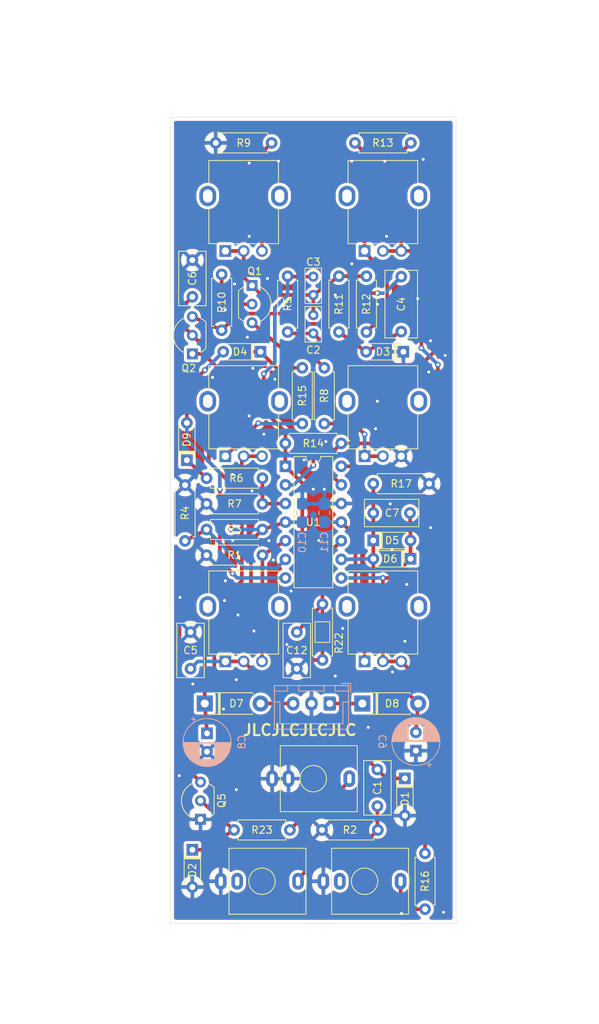
<source format=kicad_pcb>
(kicad_pcb (version 20241229) (generator "pcbnew") (generator_version "9.0")
  (layers (0 "F.Cu" signal) (2 "B.Cu" signal) (13 "F.Paste" user) (15 "B.Paste" user) (5 "F.SilkS" user "F.Silkscreen") (7 "B.SilkS" user "B.Silkscreen") (1 "F.Mask" user) (3 "B.Mask" user) (25 "Edge.Cuts" user))
  (net 0 "")
  (net 1 "GND")
  (net 2 "Net-(D1-K)")
  (net 3 "Net-(D2-K)")
  (net 4 "Net-(D4-A)")
  (net 5 "Net-(D3-A)")
  (net 6 "Net-(D4-K)")
  (net 7 "Net-(C1-Pad1)")
  (net 8 "Net-(D5-K)")
  (net 9 "Net-(Q1-C)")
  (net 10 "Net-(Q1-E)")
  (net 11 "Net-(Q1-B)")
  (net 12 "+12V")
  (net 13 "Net-(Q2-E)")
  (net 14 "Net-(U1A--)")
  (net 15 "Net-(U1B--)")
  (net 16 "Net-(C3-Pad2)")
  (net 17 "Net-(U1A-+)")
  (net 18 "Net-(R8-Pad2)")
  (net 19 "Net-(R9-Pad1)")
  (net 20 "Net-(R12-Pad2)")
  (net 21 "Net-(U1D--)")
  (net 22 "Net-(R15-Pad2)")
  (net 23 "Net-(D5-A)")
  (net 24 "-12V")
  (net 25 "Net-(J2-PadT)")
  (net 26 "Net-(JP1-A)")
  (net 27 "Net-(D7-A)")
  (net 28 "Net-(D8-K)")
  (net 29 "Net-(D9-K)")
  (net 30 "Net-(JP1-B)")
  (net 31 "Net-(J5-PadT)")
  (net 32 "Net-(Q5-E)")
  (footprint "Capacitor_THT:C_Rect_L7.2mm_W3.5mm_P5.00mm_FKS2_FKP2_MKS2_MKP2" (layer "F.Cu") (at 153.5 135 90)
    (property "Reference" "C1")
    (property "Value" "10n")
  )
  (footprint "Resistor_THT:R_Axial_DIN0207_L6.3mm_D2.5mm_P7.62mm_Horizontal" (layer "F.Cu") (at 130.19 97.25)
    (property "Reference" "R3")
    (property "Value" "100k")
  )
  (footprint "TimsLib:Potentiometer_Alpha_RD901F" (layer "F.Cu") (at 154.25 79.75)
    (property "Reference" "RV2" (hide yes))
    (property "Value" "10k")
  )
  (footprint "TimsLib:Potentiometer_Alpha_RD901F" (layer "F.Cu") (at 154.25 51.75)
    (property "Reference" "RV3" (hide yes))
    (property "Value" "1M")
  )
  (footprint "Capacitor_THT:C_Rect_L4.6mm_W2.0mm_P2.50mm_MKS02_FKP02" (layer "F.Cu") (at 144.75 65.25 90)
    (property "Reference" "C3")
    (property "Value" "15n")
  )
  (footprint "Resistor_THT:R_Axial_DIN0207_L6.3mm_D2.5mm_P7.62mm_Horizontal" (layer "F.Cu") (at 148.25 70.31 90)
    (property "Reference" "R11")
    (property "Value" "1M")
  )
  (footprint "Capacitor_THT:C_Rect_L7.2mm_W3.5mm_P5.00mm_FKS2_FKP2_MKS2_MKP2" (layer "F.Cu") (at 142.5 111.25 -90)
    (property "Reference" "C12")
    (property "Value" "10n")
  )
  (footprint "Resistor_THT:R_Axial_DIN0207_L6.3mm_D2.5mm_P7.62mm_Horizontal" (layer "F.Cu") (at 137.81 90.25 180)
    (property "Reference" "R6")
    (property "Value" "100k")
  )
  (footprint "Diode_THT:D_DO-41_SOD81_P7.62mm_Horizontal" (layer "F.Cu") (at 129.94 121)
    (property "Reference" "D7")
    (property "Value" "1N5819")
  )
  (footprint "TimsLib:Potentiometer_Alpha_RD901F" (layer "F.Cu") (at 135.25 51.75)
    (property "Reference" "RV1" (hide yes))
    (property "Value" "250k")
  )
  (footprint "TimsLib:D_DO-35_SOD27_P5.08mm_Horizontal" (layer "F.Cu") (at 137.54 73 180)
    (property "Reference" "D4")
    (property "Value" "1N4148")
  )
  (footprint "Resistor_THT:R_Axial_DIN0207_L6.3mm_D2.5mm_P7.62mm_Horizontal" (layer "F.Cu") (at 146 115.06 90)
    (property "Reference" "R22")
    (property "Value" "22k")
  )
  (footprint "TimsLib:D_DO-35_SOD27_P5.08mm_Horizontal" (layer "F.Cu") (at 158.02 101.25 180)
    (property "Reference" "D6")
    (property "Value" "1N4148")
  )
  (footprint "Capacitor_THT:C_Rect_L7.2mm_W3.5mm_P5.00mm_FKS2_FKP2_MKS2_MKP2" (layer "F.Cu") (at 152.94 95)
    (property "Reference" "C7")
    (property "Value" "3n3")
  )
  (footprint "Resistor_THT:R_Axial_DIN0207_L6.3mm_D2.5mm_P7.62mm_Horizontal" (layer "F.Cu") (at 139.06 44.5 180)
    (property "Reference" "R9")
    (property "Value" "10k")
  )
  (footprint "Resistor_THT:R_Axial_DIN0207_L6.3mm_D2.5mm_P7.62mm_Horizontal" (layer "F.Cu") (at 127.25 91.19 -90)
    (property "Reference" "R4")
    (property "Value" "33k")
  )
  (footprint "TimsLib:D_DO-35_SOD27_P5.08mm_Horizontal" (layer "F.Cu") (at 127.5 87.79 90)
    (property "Reference" "D9")
    (property "Value" "1N4148")
  )
  (footprint "Capacitor_THT:C_Rect_L7.2mm_W3.5mm_P5.00mm_FKS2_FKP2_MKS2_MKP2" (layer "F.Cu") (at 128.25 65.5 90)
    (property "Reference" "C6")
    (property "Value" "220n")
  )
  (footprint "Resistor_THT:R_Axial_DIN0207_L6.3mm_D2.5mm_P7.62mm_Horizontal" (layer "F.Cu") (at 152 62.69 -90)
    (property "Reference" "R12")
    (property "Value" "470k")
  )
  (footprint "Capacitor_THT:C_Rect_L7.2mm_W3.5mm_P5.00mm_FKS2_FKP2_MKS2_MKP2" (layer "F.Cu") (at 128 116.25 90)
    (property "Reference" "C5")
    (property "Value" "10n")
  )
  (footprint "Package_TO_SOT_THT:TO-92_Inline_Wide" (layer "F.Cu") (at 129.36 136.79 90)
    (property "Reference" "Q5")
    (property "Value" "BC558")
  )
  (footprint "Jumper:SolderJumper-2_P1.3mm_Open_TrianglePad1.0x1.5mm" (layer "F.Cu") (at 146 111.25 90)
    (property "Reference" "JP1" (hide yes))
    (property "Value" "Jumper_2_Open")
  )
  (footprint "TimsLib:Jack_3.5mm_PJ398SM_Vertical" (layer "F.Cu") (at 151.75 145.25 -90)
    (property "Reference" "J2" (hide yes))
    (property "Value" "OUT")
  )
  (footprint "Capacitor_THT:C_Rect_L9.0mm_W4.2mm_P7.50mm_MKT" (layer "F.Cu") (at 156.75 62.75 -90)
    (property "Reference" "C4")
    (property "Value" "5n6")
  )
  (footprint "TimsLib:D_DO-35_SOD27_P5.08mm_Horizontal" (layer "F.Cu") (at 157.04 73 180)
    (property "Reference" "D3")
    (property "Value" "1N4148")
  )
  (footprint "Resistor_THT:R_Axial_DIN0207_L6.3mm_D2.5mm_P7.62mm_Horizontal" (layer "F.Cu") (at 132.25 62.44 -90)
    (property "Reference" "R10")
    (property "Value" "100k")
  )
  (footprint "Resistor_THT:R_Axial_DIN0207_L6.3mm_D2.5mm_P7.62mm_Horizontal" (layer "F.Cu") (at 160 141.44 -90)
    (property "Reference" "R16")
    (property "Value" "1k")
  )
  (footprint "TimsLib:D_DO-35_SOD27_P5.08mm_Horizontal" (layer "F.Cu") (at 128.25 140.96 -90)
    (property "Reference" "D2")
    (property "Value" "1N4148")
  )
  (footprint "TimsLib:Jack_3.5mm_PJ398SM_Vertical" (layer "F.Cu") (at 144.75 131.25 -90)
    (property "Reference" "J5" (hide yes))
    (property "Value" "PITCH CV")
  )
  (footprint "Package_TO_SOT_THT:TO-92_Inline_Wide" (layer "F.Cu") (at 136.39 63.96 -90)
    (property "Reference" "Q1")
    (property "Value" "BC548")
  )
  (footprint "Resistor_THT:R_Axial_DIN0207_L6.3mm_D2.5mm_P7.62mm_Horizontal" (layer "F.Cu") (at 145.94 138.25)
    (property "Reference" "R2")
    (property "Value" "100k")
  )
  (footprint "Resistor_THT:R_Axial_DIN0207_L6.3mm_D2.5mm_P7.62mm_Horizontal" (layer "F.Cu") (at 141.25 70.31 90)
    (property "Reference" "R5")
    (property "Value" "1M")
  )
  (footprint "Capacitor_THT:C_Rect_L4.6mm_W2.0mm_P2.50mm_MKS02_FKP02" (layer "F.Cu") (at 144.75 70.5 90)
    (property "Reference" "C2")
    (property "Value" "15n")
  )
  (footprint "Resistor_THT:R_Axial_DIN0207_L6.3mm_D2.5mm_P7.62mm_Horizontal" (layer "F.Cu") (at 160.56 91 180)
    (property "Reference" "R17")
    (property "Value" "33k")
  )
  (footprint "Diode_THT:D_DO-41_SOD81_P7.62mm_Horizontal" (layer "F.Cu") (at 151.44 121)
    (property "Reference" "D8")
    (property "Value" "1N5819")
  )
  (footprint "TimsLib:Jack_3.5mm_PJ398SM_Vertical" (layer "F.Cu") (at 137.75 145.25 -90)
    (property "Reference" "J1" (hide yes))
    (property "Value" "TRIG")
  )
  (footprint "Resistor_THT:R_Axial_DIN0207_L6.3mm_D2.5mm_P7.62mm_Horizontal" (layer "F.Cu") (at 130.19 93.75)
    (property "Reference" "R7")
    (property "Value" "14k")
  )
  (footprint "Package_DIP:DIP-14_W7.62mm" (layer "F.Cu") (at 140.95 88.625)
    (property "Reference" "U1")
    (property "Value" "TL074")
  )
  (footprint "Resistor_THT:R_Axial_DIN0207_L6.3mm_D2.5mm_P7.62mm_Horizontal" (layer "F.Cu") (at 158.06 44.5 180)
    (property "Reference" "R13")
    (property "Value" "47k")
  )
  (footprint "Resistor_THT:R_Axial_DIN0207_L6.3mm_D2.5mm_P7.62mm_Horizontal" (layer "F.Cu") (at 140.94 85.5)
    (property "Reference" "R14")
    (property "Value" "47k")
  )
  (footprint "TimsLib:Potentiometer_Alpha_RD901F" (layer "F.Cu") (at 154.25 107.75)
    (property "Reference" "RV6" (hide yes))
    (property "Value" "A50k")
  )
  (footprint "TimsLib:D_DO-35_SOD27_P5.08mm_Horizontal" (layer "F.Cu") (at 152.94 98.75)
    (property "Reference" "D5")
    (property "Value" "1N4148")
  )
  (footprint "Package_TO_SOT_THT:TO-92_Inline_Wide" (layer "F.Cu") (at 128.25 73.29 90)
    (property "Reference" "Q2")
    (property "Value" "BC548")
  )
  (footprint "Resistor_THT:R_Axial_DIN0207_L6.3mm_D2.5mm_P7.62mm_Horizontal" (layer "F.Cu") (at 143.25 75.19 -90)
    (property "Reference" "R15")
    (property "Value" "10k")
  )
  (footprint "Resistor_THT:R_Axial_DIN0207_L6.3mm_D2.5mm_P7.62mm_Horizontal" (layer "F.Cu") (at 141.56 138.25 180)
    (property "Reference" "R23")
    (property "Value" "100k")
  )
  (footprint "Resistor_THT:R_Axial_DIN0207_L6.3mm_D2.5mm_P7.62mm_Horizontal" (layer "F.Cu") (at 130.19 100.75)
    (property "Reference" "R1")
    (property "Value" "39k")
  )
  (footprint "TimsLib:D_DO-35_SOD27_P5.08mm_Horizontal" (layer "F.Cu") (at 157.25 131.21 -90)
    (property "Reference" "D1")
    (property "Value" "1N4148")
  )
  (footprint "TimsLib:Potentiometer_Alpha_RD901F" (layer "F.Cu") (at 135.25 107.75)
    (property "Reference" "RV4" (hide yes))
    (property "Value" "100k")
  )
  (footprint "TimsLib:Potentiometer_Alpha_RD901F" (layer "F.Cu") (at 135.25 79.75)
    (property "Reference" "RV5" (hide yes))
    (property "Value" "100k")
  )
  (footprint "Resistor_THT:R_Axial_DIN0207_L6.3mm_D2.5mm_P7.62mm_Horizontal" (layer "F.Cu") (at 146.25 75.19 -90)
    (property "Reference" "R8")
    (property "Value" "2k")
  )
  (footprint "TimsLib:C_0805_HandSolder" (layer "B.Cu") (at 146.25 95 90)
    (property "Reference" "C11")
    (property "Value" "100n")
  )
  (footprint "Capacitor_THT:CP_Radial_D6.3mm_P2.50mm" (layer "B.Cu") (at 130.25 125.0676 -90)
    (property "Reference" "C8")
    (property "Value" "10u")
  )
  (footprint "Connector_JST:JST_XH_B3B-XH-A_1x03_P2.50mm_Vertical" (layer "B.Cu") (at 147 121 180)
    (property "Reference" "J3" (hide yes))
    (property "Value" "Power")
  )
  (footprint "Capacitor_THT:CP_Radial_D6.3mm_P2.50mm" (layer "B.Cu") (at 158.75 127.4324 90)
    (property "Reference" "C9")
    (property "Value" "10u")
  )
  (footprint "TimsLib:C_0805_HandSolder" (layer "B.Cu") (at 143.25 95 -90)
    (property "Reference" "C10")
    (property "Value" "100n")
  )
  (gr_line (start 125.25 151) (end 164.25 151) (stroke (width 0.05)) (layer "Edge.Cuts"))
  (gr_line (start 164.25 41) (end 164.25 151) (stroke (width 0.05)) (layer "Edge.Cuts"))
  (gr_line (start 125.25 41) (end 125.25 151) (stroke (width 0.05)) (layer "Edge.Cuts"))
  (gr_line (start 125.25 41) (end 164.25 41) (stroke (width 0.05)) (layer "Edge.Cuts"))
  (gr_text "JLCJLCJLCJLC" (at 135 125.5 0) (layer "F.SilkS") (effects (font (size 1.5 1.5) (thickness 0.3) (bold yes)) (justify left bottom)))
  (via (at 131 76.5) (size 0.8) (drill 0.4) (layers "F.Cu" "B.Cu") (net 1))
  (via (at 153.5 79.75) (size 0.8) (drill 0.4) (layers "F.Cu" "B.Cu") (net 1))
  (via (at 141.148569 112.948304) (size 0.8) (drill 0.4) (layers "F.Cu" "B.Cu") (net 1))
  (via (at 160.5 75.75) (size 0.8) (drill 0.4) (layers "F.Cu" "B.Cu") (net 1))
  (via (at 160.75 71.5) (size 0.8) (drill 0.4) (layers "F.Cu" "B.Cu") (net 1))
  (via (at 128.310125 118.322976) (size 0.8) (drill 0.4) (layers "F.Cu" "B.Cu") (net 1))
  (via (at 147.75 117.25) (size 0.8) (drill 0.4) (layers "F.Cu" "B.Cu") (net 1))
  (via (at 134.475455 108.921814) (size 0.8) (drill 0.4) (layers "F.Cu" "B.Cu") (net 1))
  (via (at 139.5 76.75) (size 0.8) (drill 0.4) (layers "F.Cu" "B.Cu") (net 1))
  (via (at 140 47) (size 0.8) (drill 0.4) (layers "F.Cu" "B.Cu") (net 1))
  (via (at 146.457865 85.252261) (size 0.8) (drill 0.4) (layers "F.Cu" "B.Cu") (net 1))
  (via (at 135.75 71) (size 0.8) (drill 0.4) (layers "F.Cu" "B.Cu") (net 1))
  (via (at 145.5 98.75) (size 0.8) (drill 0.4) (layers "F.Cu" "B.Cu") (net 1))
  (via (at 136 81.75) (size 0.8) (drill 0.4) (layers "F.Cu" "B.Cu") (net 1))
  (via (at 138.5 63) (size 0.8) (drill 0.4) (layers "F.Cu" "B.Cu") (net 1))
  (via (at 162.514148 149.47686) (size 0.8) (drill 0.4) (layers "F.Cu" "B.Cu") (net 1))
  (via (at 141.717007 105.653086) (size 0.8) (drill 0.4) (layers "F.Cu" "B.Cu") (net 1))
  (via (at 159 65.75) (size 0.8) (drill 0.4) (layers "F.Cu" "B.Cu") (net 1))
  (via (at 153.25 83.5) (size 0.8) (drill 0.4) (layers "F.Cu" "B.Cu") (net 1))
  (via (at 144.75 91.75) (size 0.8) (drill 0.4) (layers "F.Cu" "B.Cu") (net 1))
  (via (at 162.75 73.5) (size 0.8) (drill 0.4) (layers "F.Cu" "B.Cu") (net 1))
  (via (at 148.75 110.75) (size 0.8) (drill 0.4) (layers "F.Cu" "B.Cu") (net 1))
  (via (at 134.25 117.75) (size 0.8) (drill 0.4) (layers "F.Cu" "B.Cu") (net 1))
  (via (at 132.75 104.25) (size 0.8) (drill 0.4) (layers "F.Cu" "B.Cu") (net 1))
  (via (at 143.5 87.75) (size 0.8) (drill 0.4) (layers "F.Cu" "B.Cu") (net 1))
  (via (at 132.75 67.25) (size 0.8) (drill 0.4) (layers "F.Cu" "B.Cu") (net 1))
  (via (at 155.554918 116.698915) (size 0.8) (drill 0.4) (layers "F.Cu" "B.Cu") (net 1))
  (via (at 136.5 75.25) (size 0.8) (drill 0.4) (layers "F.Cu" "B.Cu") (net 1))
  (via (at 156.793099 149.649354) (size 0.8) (drill 0.4) (layers "F.Cu" "B.Cu") (net 1))
  (via (at 159.75 46.75) (size 0.8) (drill 0.4) (layers "F.Cu" "B.Cu") (net 1))
  (via (at 147.75 65.25) (size 0.8) (drill 0.4) (layers "F.Cu" "B.Cu") (net 1))
  (via (at 133.75 98.75) (size 0.8) (drill 0.4) (layers "F.Cu" "B.Cu") (net 1))
  (via (at 157.5 104.75) (size 0.8) (drill 0.4) (layers "F.Cu" "B.Cu") (net 1))
  (via (at 150 47) (size 0.8) (drill 0.4) (layers "F.Cu" "B.Cu") (net 1))
  (via (at 150 61) (size 0.8) (drill 0.4) (layers "F.Cu" "B.Cu") (net 1))
  (via (at 126.551922 106.514506) (size 0.8) (drill 0.4) (layers "F.Cu" "B.Cu") (net 1))
  (via (at 146.25 91.75) (size 0.8) (drill 0.4) (layers "F.Cu" "B.Cu") (net 1))
  (via (at 154.5 47) (size 0.8) (drill 0.4) (layers "F.Cu" "B.Cu") (net 1))
  (via (at 152.25 124.25) (size 0.8) (drill 0.4) (layers "F.Cu" "B.Cu") (net 1))
  (via (at 136.385878 91.978243) (size 0.8) (drill 0.4) (layers "F.Cu" "B.Cu") (net 1))
  (via (at 132.634584 106.945947) (size 0.8) (drill 0.4) (layers "F.Cu" "B.Cu") (net 1))
  (via (at 139.301385 101.412758) (size 0.8) (drill 0.4) (layers "F.Cu" "B.Cu") (net 1))
  (via (at 134 63.75) (size 0.8) (drill 0.4) (layers "F.Cu" "B.Cu") (net 1))
  (via (at 136.647561 111.108113) (size 0.8) (drill 0.4) (layers "F.Cu" "B.Cu") (net 1))
  (via (at 126.462913 130.847514) (size 0.8) (drill 0.4) (layers "F.Cu" "B.Cu") (net 1))
  (via (at 153.5 66.5) (size 0.8) (drill 0.4) (layers "F.Cu" "B.Cu") (net 1))
  (via (at 138 84.25) (size 0.8) (drill 0.4) (layers "F.Cu" "B.Cu") (net 1))
  (via (at 155.5 100) (size 0.8) (drill 0.4) (layers "F.Cu" "B.Cu") (net 1))
  (via (at 136 57.25) (size 0.8) (drill 0.4) (layers "F.Cu" "B.Cu") (net 1))
  (via (at 133.75 89.75) (size 0.8) (drill 0.4) (layers "F.Cu" "B.Cu") (net 1))
  (via (at 138.708085 98.769469) (size 0.8) (drill 0.4) (layers "F.Cu" "B.Cu") (net 1))
  (via (at 157.25 112.5) (size 0.8) (drill 0.4) (layers "F.Cu" "B.Cu") (net 1))
  (via (at 132.5 121.75) (size 0.8) (drill 0.4) (layers "F.Cu" "B.Cu") (net 1))
  (via (at 160.75 97) (size 0.8) (drill 0.4) (layers "F.Cu" "B.Cu") (net 1))
  (via (at 136 47.25) (size 0.8) (drill 0.4) (layers "F.Cu" "B.Cu") (net 1))
  (via (at 134.25 132.75) (size 0.8) (drill 0.4) (layers "F.Cu" "B.Cu") (net 1))
  (via (at 155.25 93.75) (size 0.8) (drill 0.4) (layers "F.Cu" "B.Cu") (net 1))
  (via (at 154.75 57.25) (size 0.8) (drill 0.4) (layers "F.Cu" "B.Cu") (net 1))
  (segment (start 131.25 113.75) (end 137.81 107.19) (width 0.5) (layer "F.Cu") (net 2))
  (segment (start 131.25 117.75) (end 131.25 113.75) (width 0.5) (layer "F.Cu") (net 2))
  (segment (start 150 126.5) (end 140 126.5) (width 0.5) (layer "F.Cu") (net 2))
  (segment (start 153.5 130) (end 150 126.5) (width 0.5) (layer "F.Cu") (net 2))
  (segment (start 154.71 131.21) (end 153.5 130) (width 0.5) (layer "F.Cu") (net 2))
  (segment (start 157.25 131.21) (end 154.71 131.21) (width 0.5) (layer "F.Cu") (net 2))
  (segment (start 137.81 100.75) (end 140.95 98.785) (width 0.5) (layer "F.Cu") (net 2))
  (segment (start 140 126.5) (end 131.25 117.75) (width 0.5) (layer "F.Cu") (net 2))
  (segment (start 137.81 107.19) (end 137.81 100.75) (width 0.5) (layer "F.Cu") (net 2))
  (segment (start 129.36 134.25) (end 133.94 138.25) (width 0.5) (layer "F.Cu") (net 3))
  (segment (start 129.75 140.96) (end 133.94 138.25) (width 0.5) (layer "F.Cu") (net 3))
  (segment (start 128.25 140.96) (end 129.75 140.96) (width 0.5) (layer "F.Cu") (net 3))
  (segment (start 132 91.75) (end 132 101.5) (width 0.5) (layer "F.Cu") (net 4))
  (segment (start 129.96 75.5) (end 127.5 77.96) (width 0.5) (layer "F.Cu") (net 4))
  (segment (start 132 101.5) (end 133.75 103.25) (width 0.5) (layer "F.Cu") (net 4))
  (segment (start 127.5 77.96) (end 127.5 82.71) (width 0.5) (layer "F.Cu") (net 4))
  (via (at 133.75 103.25) (size 0.8) (drill 0.4) (layers "F.Cu" "B.Cu") (net 4))
  (via (at 132 91.75) (size 0.8) (drill 0.4) (layers "F.Cu" "B.Cu") (net 4))
  (via (at 129.96 75.5) (size 0.8) (drill 0.4) (layers "F.Cu" "B.Cu") (net 4))
  (segment (start 140.95 103.865) (end 134.365 103.865) (width 0.5) (layer "B.Cu") (net 4))
  (segment (start 127.5 85) (end 127.5 82.71) (width 0.5) (layer "B.Cu") (net 4))
  (segment (start 129.96 75.5) (end 132.46 73) (width 0.5) (layer "B.Cu") (net 4))
  (segment (start 132 91.75) (end 132 89.5) (width 0.5) (layer "B.Cu") (net 4))
  (segment (start 134.365 103.865) (end 133.75 103.25) (width 0.5) (layer "B.Cu") (net 4))
  (segment (start 132 89.5) (end 127.5 85) (width 0.5) (layer "B.Cu") (net 4))
  (segment (start 151.96 73) (end 156.75 70.25) (width 0.5) (layer "F.Cu") (net 5))
  (segment (start 151.96 73) (end 148.25 70.31) (width 0.5) (layer "F.Cu") (net 5))
  (segment (start 137.54 73) (end 139.73 75.19) (width 0.5) (layer "F.Cu") (net 6))
  (segment (start 129 71.5) (end 133.75 71.5) (width 0.5) (layer "F.Cu") (net 6))
  (segment (start 128.25 70.75) (end 126.5 69) (width 0.5) (layer "F.Cu") (net 6))
  (segment (start 126.5 67.25) (end 128.25 65.5) (width 0.5) (layer "F.Cu") (net 6))
  (segment (start 139.73 75.19) (end 143.25 75.19) (width 0.5) (layer "F.Cu") (net 6))
  (segment (start 128.25 70.75) (end 129 71.5) (width 0.5) (layer "F.Cu") (net 6))
  (segment (start 126.5 69) (end 126.5 67.25) (width 0.5) (layer "F.Cu") (net 6))
  (segment (start 133.75 71.5) (end 135.25 73) (width 0.5) (layer "F.Cu") (net 6))
  (segment (start 135.25 73) (end 137.54 73) (width 0.5) (layer "F.Cu") (net 6))
  (segment (start 149.81 142) (end 153.56 138.25) (width 0.5) (layer "F.Cu") (net 7))
  (segment (start 145.614376 142) (end 149.81 142) (width 0.5) (layer "F.Cu") (net 7))
  (segment (start 153.5 135) (end 153.5 138.19) (width 0.5) (layer "F.Cu") (net 7))
  (segment (start 142.67 145.25) (end 142.67 144.944376) (width 0.5) (layer "F.Cu") (net 7))
  (segment (start 153.5 138.19) (end 153.56 138.25) (width 0.5) (layer "F.Cu") (net 7))
  (segment (start 142.67 144.944376) (end 145.614376 142) (width 0.5) (layer "F.Cu") (net 7))
  (segment (start 152.94 101.25) (end 152.94 98.75) (width 0.5) (layer "F.Cu") (net 8))
  (segment (start 152.94 101.25) (end 152.94 112.06) (width 0.5) (layer "F.Cu") (net 8))
  (segment (start 151.75 113.25) (end 151.75 115.25) (width 0.5) (layer "F.Cu") (net 8))
  (segment (start 152.94 112.06) (end 151.75 113.25) (width 0.5) (layer "F.Cu") (net 8))
  (segment (start 152.94 95) (end 152.94 98.75) (width 0.5) (layer "F.Cu") (net 8))
  (segment (start 152.94 91) (end 152.94 95) (width 0.5) (layer "F.Cu") (net 8))
  (segment (start 152.94 101.25) (end 148.57 101.325) (width 0.5) (layer "B.Cu") (net 8))
  (segment (start 135.25 59.25) (end 135.25 62.82) (width 0.5) (layer "F.Cu") (net 9))
  (segment (start 152 62.69) (end 148.25 62.69) (width 0.5) (layer "F.Cu") (net 9))
  (segment (start 144.75 65.25) (end 148.25 62.69) (width 0.5) (layer "F.Cu") (net 9))
  (segment (start 135.25 62.82) (end 136.39 63.96) (width 0.5) (layer "F.Cu") (net 9))
  (segment (start 144.75 65.25) (end 144.75 68) (width 0.5) (layer "F.Cu") (net 9))
  (segment (start 137.68 65.25) (end 144.75 65.25) (width 0.5) (layer "F.Cu") (net 9))
  (segment (start 136.39 63.96) (end 137.68 65.25) (width 0.5) (layer "F.Cu") (net 9))
  (segment (start 132.75 59.25) (end 135.25 59.25) (width 0.5) (layer "F.Cu") (net 9))
  (segment (start 136.39 69.04) (end 141 73) (width 0.5) (layer "F.Cu") (net 10))
  (segment (start 141 73) (end 144.06 73) (width 0.5) (layer "F.Cu") (net 10))
  (segment (start 144.06 73) (end 146.25 75.19) (width 0.5) (layer "F.Cu") (net 10))
  (segment (start 134.5 66.5) (end 132.25 64.25) (width 0.5) (layer "F.Cu") (net 11))
  (segment (start 136.39 66.5) (end 134.5 66.5) (width 0.5) (layer "F.Cu") (net 11))
  (segment (start 132.25 64.25) (end 132.25 62.44) (width 0.5) (layer "F.Cu") (net 11))
  (segment (start 129.94 121) (end 129.94 111.81) (width 0.5) (layer "F.Cu") (net 12))
  (segment (start 130.5 88) (end 130.5 85.25) (width 0.5) (layer "F.Cu") (net 12))
  (segment (start 140.95 96.245) (end 137.81 97.25) (width 0.5) (layer "F.Cu") (net 12))
  (segment (start 133.5 91) (end 130.5 88) (width 0.5) (layer "F.Cu") (net 12))
  (segment (start 130.5 85.25) (end 133 82.75) (width 0.5) (layer "F.Cu") (net 12))
  (segment (start 133 76.5) (end 129.79 73.29) (width 0.5) (layer "F.Cu") (net 12))
  (segment (start 129.94 111.81) (end 136.25 105.5) (width 0.5) (layer "F.Cu") (net 12))
  (segment (start 129.94 121) (end 130.25 125.0676) (width 0.5) (layer "F.Cu") (net 12))
  (segment (start 129.79 73.29) (end 128.25 73.29) (width 0.5) (layer "F.Cu") (net 12))
  (segment (start 133 82.75) (end 133 76.5) (width 0.5) (layer "F.Cu") (net 12))
  (segment (start 136.25 98.81) (end 137.81 97.25) (width 0.5) (layer "F.Cu") (net 12))
  (segment (start 133.5 97.25) (end 133.5 91) (width 0.5) (layer "F.Cu") (net 12))
  (segment (start 136.25 105.5) (end 136.25 98.81) (width 0.5) (layer "F.Cu") (net 12))
  (via (at 133.5 97.25) (size 0.8) (drill 0.4) (layers "F.Cu" "B.Cu") (net 12))
  (segment (start 140.955 96.25) (end 140.95 96.245) (width 0.5) (layer "B.Cu") (net 12))
  (segment (start 143.25 96.25) (end 140.955 96.25) (width 0.5) (layer "B.Cu") (net 12))
  (segment (start 133.5 97.25) (end 137.81 97.25) (width 0.5) (layer "B.Cu") (net 12))
  (segment (start 134.52 67.79) (end 132.25 70.06) (width 0.5) (layer "F.Cu") (net 13))
  (segment (start 143.2 69.2) (end 141.79 67.79) (width 0.5) (layer "F.Cu") (net 13))
  (segment (start 128.25 68.21) (end 132.25 70.06) (width 0.5) (layer "F.Cu") (net 13))
  (segment (start 151 65) (end 146.8 69.2) (width 0.5) (layer "F.Cu") (net 13))
  (segment (start 141.79 67.79) (end 134.52 67.79) (width 0.5) (layer "F.Cu") (net 13))
  (segment (start 153.5 65) (end 151 65) (width 0.5) (layer "F.Cu") (net 13))
  (segment (start 146.8 69.2) (end 143.2 69.2) (width 0.5) (layer "F.Cu") (net 13))
  (via (at 153.5 65) (size 0.8) (drill 0.4) (layers "F.Cu" "B.Cu") (net 13))
  (segment (start 154.5 65) (end 156.75 62.75) (width 0.5) (layer "B.Cu") (net 13))
  (segment (start 153.5 65) (end 154.5 65) (width 0.5) (layer "B.Cu") (net 13))
  (segment (start 144.75 80) (end 148.25 76.5) (width 0.5) (layer "F.Cu") (net 14))
  (segment (start 144.75 70.5) (end 141.44 70.5) (width 0.5) (layer "F.Cu") (net 14))
  (segment (start 148.25 74) (end 144.75 70.5) (width 0.5) (layer "F.Cu") (net 14))
  (segment (start 141.44 70.5) (end 141.25 70.31) (width 0.5) (layer "F.Cu") (net 14))
  (segment (start 148.25 76.5) (end 148.25 74) (width 0.5) (layer "F.Cu") (net 14))
  (segment (start 144.75 88.5) (end 144.75 80) (width 0.5) (layer "F.Cu") (net 14))
  (via (at 144.75 88.5) (size 0.8) (drill 0.4) (layers "F.Cu" "B.Cu") (net 14))
  (segment (start 140.95 91.165) (end 142.085 91.165) (width 0.5) (layer "B.Cu") (net 14))
  (segment (start 142.085 91.165) (end 144.75 88.5) (width 0.5) (layer "B.Cu") (net 14))
  (segment (start 130.19 97.25) (end 127.25 98.81) (width 0.5) (layer "F.Cu") (net 15))
  (segment (start 139.775 102.5) (end 140.95 101.325) (width 0.5) (layer "B.Cu") (net 15))
  (segment (start 130.19 97.25) (end 135.44 102.5) (width 0.5) (layer "B.Cu") (net 15))
  (segment (start 135.44 102.5) (end 139.775 102.5) (width 0.5) (layer "B.Cu") (net 15))
  (segment (start 141.31 62.75) (end 141.25 62.69) (width 0.5) (layer "F.Cu") (net 16))
  (segment (start 137.75 115.25) (end 137.75 113.25) (width 0.5) (layer "F.Cu") (net 16))
  (segment (start 144.75 62.75) (end 141.31 62.75) (width 0.5) (layer "F.Cu") (net 16))
  (segment (start 138 76) (end 138 81) (width 0.5) (layer "F.Cu") (net 16))
  (segment (start 140.94 85.5) (end 140.94 88.615) (width 0.5) (layer "F.Cu") (net 16))
  (segment (start 140.94 83.94) (end 140.94 85.5) (width 0.5) (layer "F.Cu") (net 16))
  (segment (start 143.25 107.75) (end 143.25 90.925) (width 0.5) (layer "F.Cu") (net 16))
  (segment (start 140.94 88.615) (end 140.95 88.625) (width 0.5) (layer "F.Cu") (net 16))
  (segment (start 137.75 113.25) (end 143.25 107.75) (width 0.5) (layer "F.Cu") (net 16))
  (segment (start 138 81) (end 140.94 83.94) (width 0.5) (layer "F.Cu") (net 16))
  (segment (start 143.25 90.925) (end 140.95 88.625) (width 0.5) (layer "F.Cu") (net 16))
  (via (at 138 76) (size 0.8) (drill 0.4) (layers "F.Cu" "B.Cu") (net 16))
  (segment (start 139.5 67) (end 141.25 65.25) (width 0.5) (layer "B.Cu") (net 16))
  (segment (start 139.5 74.5) (end 139.5 67) (width 0.5) (layer "B.Cu") (net 16))
  (segment (start 138 76) (end 139.5 74.5) (width 0.5) (layer "B.Cu") (net 16))
  (segment (start 141.25 65.25) (end 141.25 62.69) (width 0.5) (layer "B.Cu") (net 16))
  (segment (start 137.81 93.75) (end 137.81 90.25) (width 0.5) (layer "F.Cu") (net 17))
  (segment (start 140.95 93.705) (end 137.81 93.75) (width 0.5) (layer "F.Cu") (net 17))
  (segment (start 151.75 87.25) (end 154.25 87.25) (width 0.5) (layer "F.Cu") (net 18))
  (segment (start 150.31 82.81) (end 151.75 84.25) (width 0.5) (layer "F.Cu") (net 18))
  (segment (start 146.25 82.81) (end 150.31 82.81) (width 0.5) (layer "F.Cu") (net 18))
  (via (at 151.75 84.25) (size 0.8) (drill 0.4) (layers "F.Cu" "B.Cu") (net 18))
  (segment (start 151.75 84.25) (end 151.75 87.25) (width 0.5) (layer "B.Cu") (net 18))
  (segment (start 137.75 59.25) (end 137.75 45.81) (width 0.5) (layer "F.Cu") (net 19))
  (segment (start 137.75 45.81) (end 139.06 44.5) (width 0.5) (layer "F.Cu") (net 19))
  (segment (start 151.75 45.81) (end 150.44 44.5) (width 0.5) (layer "F.Cu") (net 20))
  (segment (start 151.75 59.25) (end 151.75 45.81) (width 0.5) (layer "F.Cu") (net 20))
  (segment (start 161.75 85.25) (end 161.75 74.75) (width 0.5) (layer "F.Cu") (net 20))
  (segment (start 150.75 89.25) (end 157.75 89.25) (width 0.5) (layer "F.Cu") (net 20))
  (segment (start 148.57 88.625) (end 150.125 88.625) (width 0.5) (layer "F.Cu") (net 20))
  (segment (start 157.75 89.25) (end 161.75 85.25) (width 0.5) (layer "F.Cu") (net 20))
  (segment (start 159.5 72.5) (end 159.5 70) (width 0.5) (layer "F.Cu") (net 20))
  (segment (start 154.81 67.5) (end 154.81 63) (width 0.5) (layer "F.Cu") (net 20))
  (segment (start 154.81 67.5) (end 152 70.31) (width 0.5) (layer "F.Cu") (net 20))
  (segment (start 157 67.5) (end 154.81 67.5) (width 0.5) (layer "F.Cu") (net 20))
  (segment (start 154.81 63) (end 151.75 59.25) (width 0.5) (layer "F.Cu") (net 20))
  (segment (start 150.125 88.625) (end 150.75 89.25) (width 0.5) (layer "F.Cu") (net 20))
  (segment (start 159.5 70) (end 157 67.5) (width 0.5) (layer "F.Cu") (net 20))
  (via (at 159.5 72.5) (size 0.8) (drill 0.4) (layers "F.Cu" "B.Cu") (net 20))
  (via (at 161.75 74.75) (size 0.8) (drill 0.4) (layers "F.Cu" "B.Cu") (net 20))
  (segment (start 161.75 74.75) (end 159.5 72.5) (width 0.5) (layer "B.Cu") (net 20))
  (segment (start 148.56 85.5) (end 146.5 87.56) (width 0.5) (layer "F.Cu") (net 21))
  (segment (start 146.5 89.095) (end 148.57 91.165) (width 0.5) (layer "F.Cu") (net 21))
  (segment (start 159.5 59.25) (end 156.75 59.25) (width 0.5) (layer "F.Cu") (net 21))
  (segment (start 148.56 85.5) (end 153.5 85.5) (width 0.5) (layer "F.Cu") (net 21))
  (segment (start 162 72.25) (end 162 61.75) (width 0.5) (layer "F.Cu") (net 21))
  (segment (start 156.25 78) (end 162 72.25) (width 0.5) (layer "F.Cu") (net 21))
  (segment (start 153.5 85.5) (end 156.25 82.75) (width 0.5) (layer "F.Cu") (net 21))
  (segment (start 156.75 45.81) (end 158.06 44.5) (width 0.5) (layer "F.Cu") (net 21))
  (segment (start 156.25 82.75) (end 156.25 78) (width 0.5) (layer "F.Cu") (net 21))
  (segment (start 154.25 59.25) (end 156.75 59.25) (width 0.5) (layer "F.Cu") (net 21))
  (segment (start 146.5 87.56) (end 146.5 89.095) (width 0.5) (layer "F.Cu") (net 21))
  (segment (start 162 61.75) (end 159.5 59.25) (width 0.5) (layer "F.Cu") (net 21))
  (segment (start 156.75 59.25) (end 156.75 45.81) (width 0.5) (layer "F.Cu") (net 21))
  (segment (start 137.25 82.75) (end 132.75 87.25) (width 0.5) (layer "F.Cu") (net 22))
  (via (at 137.25 82.75) (size 0.8) (drill 0.4) (layers "F.Cu" "B.Cu") (net 22))
  (segment (start 137.31 82.81) (end 143.25 82.81) (width 0.5) (layer "B.Cu") (net 22))
  (segment (start 137.25 82.75) (end 137.31 82.81) (width 0.5) (layer "B.Cu") (net 22))
  (segment (start 156.75 115.25) (end 154.25 115.25) (width 0.5) (layer "F.Cu") (net 23))
  (segment (start 161.25 119.75) (end 161.25 130.25) (width 0.5) (layer "F.Cu") (net 23))
  (segment (start 161.25 130.25) (end 160 131.5) (width 0.5) (layer "F.Cu") (net 23))
  (segment (start 154.25 103.865) (end 155.405 103.865) (width 0.5) (layer "F.Cu") (net 23))
  (segment (start 156.75 115.25) (end 161.25 119.75) (width 0.5) (layer "F.Cu") (net 23))
  (segment (start 157.94 95) (end 158.02 98.75) (width 0.5) (layer "F.Cu") (net 23))
  (segment (start 160 131.5) (end 160 141.44) (width 0.5) (layer "F.Cu") (net 23))
  (segment (start 158.02 98.75) (end 158.02 101.25) (width 0.5) (layer "F.Cu") (net 23))
  (segment (start 155.405 103.865) (end 158.02 101.25) (width 0.5) (layer "F.Cu") (net 23))
  (segment (start 154.25 115.25) (end 154.25 103.865) (width 0.5) (layer "F.Cu") (net 23))
  (via (at 154.25 103.865) (size 0.8) (drill 0.4) (layers "F.Cu" "B.Cu") (net 23))
  (segment (start 148.57 103.865) (end 154.25 103.865) (width 0.5) (layer "B.Cu") (net 23))
  (segment (start 150.5 105.25) (end 151.5 106.25) (width 0.5) (layer "F.Cu") (net 24))
  (segment (start 156.06 118) (end 159.06 121) (width 0.5) (layer "F.Cu") (net 24))
  (segment (start 158.75 124.9324) (end 159.06 121) (width 0.5) (layer "F.Cu") (net 24))
  (segment (start 151.5 111.25) (end 149.75 113) (width 0.5) (layer "F.Cu") (net 24))
  (segment (start 149.75 116.75) (end 151 118) (width 0.5) (layer "F.Cu") (net 24))
  (segment (start 149.75 113) (end 149.75 116.75) (width 0.5) (layer "F.Cu") (net 24))
  (segment (start 151 118) (end 156.06 118) (width 0.5) (layer "F.Cu") (net 24))
  (segment (start 148.57 96.245) (end 150.5 98.175) (width 0.5) (layer "F.Cu") (net 24))
  (segment (start 150.5 98.175) (end 150.5 105.25) (width 0.5) (layer "F.Cu") (net 24))
  (segment (start 151.5 106.25) (end 151.5 111.25) (width 0.5) (layer "F.Cu") (net 24))
  (segment (start 148.565 96.25) (end 148.57 96.245) (width 0.5) (layer "B.Cu") (net 24))
  (segment (start 146.25 96.25) (end 148.565 96.25) (width 0.5) (layer "B.Cu") (net 24))
  (segment (start 160 149.06) (end 158.56 149.06) (width 0.5) (layer "F.Cu") (net 25))
  (segment (start 156.67 147.17) (end 156.67 145.25) (width 0.5) (layer "F.Cu") (net 25))
  (segment (start 158.56 149.06) (end 156.67 147.17) (width 0.5) (layer "F.Cu") (net 25))
  (segment (start 144.56 115.06) (end 144 114.5) (width 0.5) (layer "F.Cu") (net 26))
  (segment (start 146 115.06) (end 144.56 115.06) (width 0.5) (layer "F.Cu") (net 26))
  (segment (start 135.25 115.25) (end 132.75 115.25) (width 0.5) (layer "F.Cu") (net 26))
  (segment (start 144 114.5) (end 141.5 114.5) (width 0.5) (layer "F.Cu") (net 26))
  (segment (start 141.5 114.5) (end 139 117) (width 0.5) (layer "F.Cu") (net 26))
  (segment (start 137 117) (end 135.25 115.25) (width 0.5) (layer "F.Cu") (net 26))
  (segment (start 146 111.975) (end 146 115.06) (width 0.5) (layer "F.Cu") (net 26))
  (segment (start 139 117) (end 137 117) (width 0.5) (layer "F.Cu") (net 26))
  (segment (start 129 115.25) (end 128 116.25) (width 0.5) (layer "B.Cu") (net 26))
  (segment (start 132.75 115.25) (end 129 115.25) (width 0.5) (layer "B.Cu") (net 26))
  (segment (start 142 121) (end 137.56 121) (width 0.5) (layer "F.Cu") (net 27))
  (segment (start 147 121) (end 151.44 121) (width 0.5) (layer "F.Cu") (net 28))
  (segment (start 130.19 90.25) (end 127.5 87.79) (width 0.5) (layer "F.Cu") (net 29))
  (segment (start 146 107.44) (end 146 101.355) (width 0.5) (layer "F.Cu") (net 30))
  (segment (start 146 101.355) (end 148.57 98.785) (width 0.5) (layer "F.Cu") (net 30))
  (segment (start 146 107.44) (end 146 110.157186) (width 0.5) (layer "F.Cu") (net 30))
  (segment (start 146 107.44) (end 142.5 111.25) (width 0.5) (layer "F.Cu") (net 30))
  (segment (start 149.67 131.575583) (end 149.67 131.25) (width 0.5) (layer "F.Cu") (net 31))
  (segment (start 146.995583 134.25) (end 149.67 131.575583) (width 0.5) (layer "F.Cu") (net 31))
  (segment (start 141.56 138.25) (end 145.56 134.25) (width 0.5) (layer "F.Cu") (net 31))
  (segment (start 145.56 134.25) (end 146.995583 134.25) (width 0.5) (layer "F.Cu") (net 31))
  (segment (start 126.5 108.5) (end 126.5 128.85) (width 0.5) (layer "F.Cu") (net 32))
  (segment (start 135 87.5) (end 135 104.25) (width 0.5) (layer "F.Cu") (net 32))
  (segment (start 129.5 105.5) (end 126.5 108.5) (width 0.5) (layer "F.Cu") (net 32))
  (segment (start 135 104.25) (end 133.75 105.5) (width 0.5) (layer "F.Cu") (net 32))
  (segment (start 135.25 87.25) (end 137.75 87.25) (width 0.5) (layer "F.Cu") (net 32))
  (segment (start 126.5 128.85) (end 129.36 131.71) (width 0.5) (layer "F.Cu") (net 32))
  (segment (start 133.75 105.5) (end 129.5 105.5) (width 0.5) (layer "F.Cu") (net 32))
  (segment (start 135.25 87.25) (end 135 87.5) (width 0.5) (layer "F.Cu") (net 32))
  (zone (net 1) (net_name "GND") (layers "F.Cu" "B.Cu") (connect_pads (clearance 0.4)) (min_thickness 0.5) (fill yes (thermal_gap 0.75) (thermal_bridge_width 0.5))
    (polygon (pts (xy 105.75 28) (xy 178.5 25) (xy 183.75 157) (xy 110.75 164.75) (xy 102 54.5)))
  )
)
</source>
